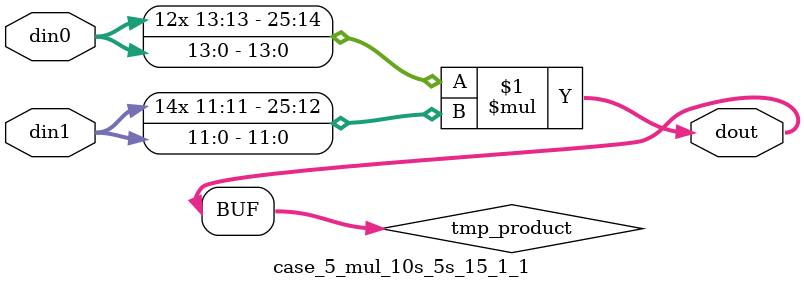
<source format=v>

`timescale 1 ns / 1 ps

 module case_5_mul_10s_5s_15_1_1(din0, din1, dout);
parameter ID = 1;
parameter NUM_STAGE = 0;
parameter din0_WIDTH = 14;
parameter din1_WIDTH = 12;
parameter dout_WIDTH = 26;

input [din0_WIDTH - 1 : 0] din0; 
input [din1_WIDTH - 1 : 0] din1; 
output [dout_WIDTH - 1 : 0] dout;

wire signed [dout_WIDTH - 1 : 0] tmp_product;



























assign tmp_product = $signed(din0) * $signed(din1);








assign dout = tmp_product;





















endmodule

</source>
